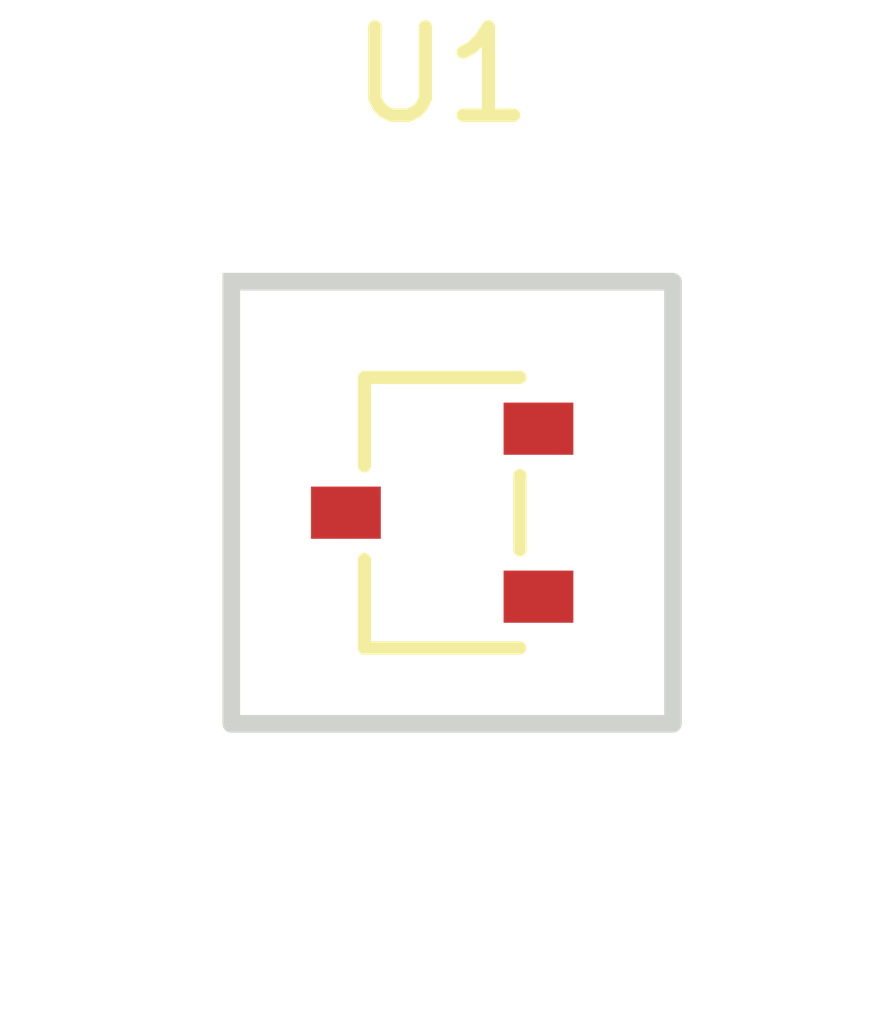
<source format=kicad_pcb>
(kicad_pcb (version 20240108) (generator "pcbnew") (generator_version "8.0")
  (layers (0 "F.Cu" signal) (31 "B.Cu" signal) (34 "B.Paste" user) (35 "F.Paste" user) (36 "B.SilkS" user "B.Silkscreen") (37 "F.SilkS" user "F.Silkscreen") (38 "B.Mask" user) (39 "F.Mask" user) (44 "Edge.Cuts" user))
  (net 0 "")
  (footprint ".pretty:SOT-23F_L2.9-W1.8-P0.95-LS2.4-BR" (layer "F.Cu") (at 148.1328 72.4916)
    (property "Reference" "U1" (at 0 -4.95 0) (layer "F.SilkS"))
    (property "Value" "TCS40DPR,LF")
    (fp_line (start -0.88 -1.53) (end -0.88 -0.53) (stroke (width 0.15)) (layer "F.SilkS"))
    (fp_line (start -0.88 1.53) (end -0.88 0.53) (stroke (width 0.15)) (layer "F.SilkS"))
    (fp_line (start 0.88 -1.53) (end -0.88 -1.53) (stroke (width 0.15)) (layer "F.SilkS"))
    (fp_line (start 0.88 -0.42) (end 0.88 0.42) (stroke (width 0.15)) (layer "F.SilkS"))
    (fp_line (start 0.88 1.53) (end -0.88 1.53) (stroke (width 0.15)) (layer "F.SilkS"))
    (pad "1" smd rect (at 1.09 0.95) (size 0.79 0.59) (layers "F.Cu" "F.Paste" "F.Mask"))
    (pad "2" smd rect (at 1.09 -0.95) (size 0.79 0.59) (layers "F.Cu" "F.Paste" "F.Mask"))
    (pad "3" smd rect (at -1.09 0) (size 0.79 0.59) (layers "F.Cu" "F.Paste" "F.Mask"))
  )
  (gr_rect (start 145.7452 69.8792) (end 150.7452 74.8792) (stroke (width 0.2)) (fill none) (layer "Edge.Cuts"))
)
</source>
